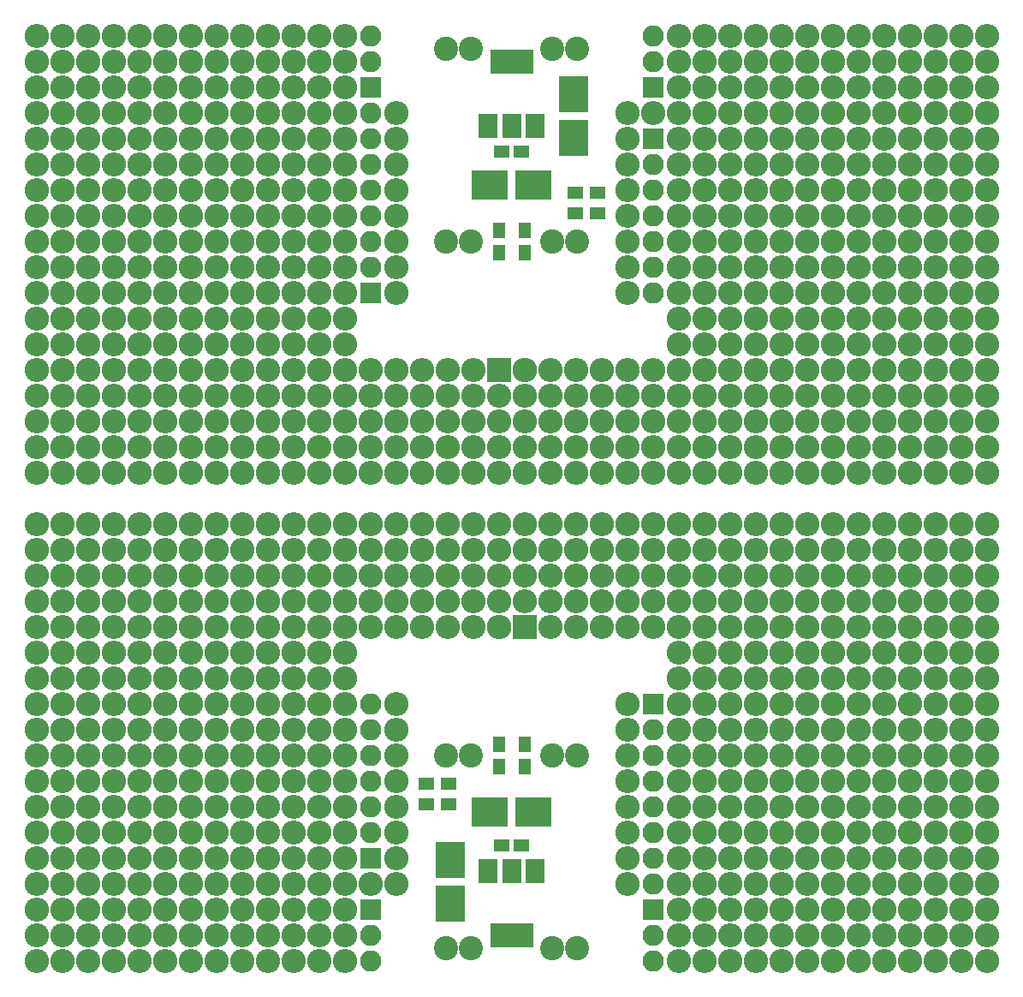
<source format=gbr>
G04 #@! TF.FileFunction,Soldermask,Top*
%FSLAX46Y46*%
G04 Gerber Fmt 4.6, Leading zero omitted, Abs format (unit mm)*
G04 Created by KiCad (PCBNEW 4.0.4+e1-6308~48~ubuntu16.04.1-stable) date Sun Jan 29 14:42:06 2017*
%MOMM*%
%LPD*%
G01*
G04 APERTURE LIST*
%ADD10C,0.100000*%
%ADD11O,2.400000X2.400000*%
%ADD12R,4.200000X2.400000*%
%ADD13R,1.900000X2.400000*%
%ADD14R,2.100000X2.100000*%
%ADD15O,2.100000X2.100000*%
%ADD16C,2.400000*%
%ADD17R,2.900000X3.600000*%
%ADD18R,1.600000X1.300000*%
%ADD19R,2.432000X2.432000*%
%ADD20O,2.432000X2.432000*%
%ADD21R,3.600000X2.900000*%
%ADD22R,1.300000X1.600000*%
%ADD23R,1.600000X1.150000*%
G04 APERTURE END LIST*
D10*
D11*
X127540000Y-70120000D03*
X125000000Y-70120000D03*
X127540000Y-67580000D03*
X125000000Y-67580000D03*
X122460000Y-72660000D03*
X122460000Y-70120000D03*
X119920000Y-72660000D03*
X119920000Y-70120000D03*
X122460000Y-67580000D03*
X119920000Y-67580000D03*
X127540000Y-75200000D03*
X125000000Y-75200000D03*
X130080000Y-72660000D03*
X125000000Y-72660000D03*
X127540000Y-72660000D03*
X130080000Y-67580000D03*
X132620000Y-67580000D03*
X130080000Y-70120000D03*
X132620000Y-70120000D03*
X119920000Y-82820000D03*
X117380000Y-82820000D03*
X119920000Y-80280000D03*
X117380000Y-80280000D03*
X125000000Y-80280000D03*
X122460000Y-77740000D03*
X122460000Y-80280000D03*
X122460000Y-75200000D03*
X125000000Y-77740000D03*
X130080000Y-77740000D03*
X127540000Y-80280000D03*
X127540000Y-77740000D03*
X130080000Y-75200000D03*
X130080000Y-80280000D03*
X117380000Y-77740000D03*
X119920000Y-75200000D03*
X119920000Y-77740000D03*
X117380000Y-75200000D03*
X114840000Y-98060000D03*
X114840000Y-108220000D03*
X114840000Y-105680000D03*
X114840000Y-103140000D03*
X114840000Y-100600000D03*
X119920000Y-87900000D03*
X119920000Y-90440000D03*
X117380000Y-90440000D03*
X117380000Y-87900000D03*
X117380000Y-85360000D03*
X125000000Y-87900000D03*
X125000000Y-85360000D03*
X122460000Y-87900000D03*
X122460000Y-85360000D03*
X119920000Y-85360000D03*
X122460000Y-82820000D03*
X125000000Y-82820000D03*
X130080000Y-82820000D03*
X132620000Y-85360000D03*
X130080000Y-85360000D03*
X130080000Y-87900000D03*
X127540000Y-87900000D03*
X127540000Y-82820000D03*
X127540000Y-85360000D03*
D12*
X100870000Y-67605000D03*
D13*
X100870000Y-73905000D03*
X103170000Y-73905000D03*
X98570000Y-73905000D03*
D14*
X114840000Y-70120000D03*
D15*
X114840000Y-67580000D03*
X114840000Y-65040000D03*
D14*
X86900000Y-70120000D03*
D15*
X86900000Y-67580000D03*
X86900000Y-65040000D03*
D14*
X86900000Y-90440000D03*
D15*
X86900000Y-87900000D03*
X86900000Y-85360000D03*
X86900000Y-82820000D03*
X86900000Y-80280000D03*
X86900000Y-77740000D03*
X86900000Y-75200000D03*
X86900000Y-72660000D03*
D11*
X112300000Y-90440000D03*
X112300000Y-87900000D03*
X112300000Y-85360000D03*
X112300000Y-82820000D03*
X112300000Y-80280000D03*
X112300000Y-77740000D03*
X112300000Y-75200000D03*
X112300000Y-72660000D03*
X89440000Y-72660000D03*
X89440000Y-75200000D03*
X89440000Y-77740000D03*
X89440000Y-80280000D03*
X89440000Y-82820000D03*
X89440000Y-85360000D03*
X89440000Y-87900000D03*
X89440000Y-90440000D03*
D16*
X94370000Y-85335000D03*
X96870000Y-85335000D03*
X104870000Y-85335000D03*
X107370000Y-85335000D03*
X104870000Y-66335000D03*
X107370000Y-66335000D03*
X94370000Y-66335000D03*
X96870000Y-66335000D03*
D11*
X114840000Y-72660000D03*
D14*
X114840000Y-75200000D03*
D15*
X114840000Y-77740000D03*
X114840000Y-80280000D03*
X114840000Y-82820000D03*
X114840000Y-85360000D03*
X114840000Y-87900000D03*
X114840000Y-90440000D03*
D17*
X106966000Y-75064000D03*
X106966000Y-70764000D03*
D18*
X109336000Y-80534000D03*
X107136000Y-80534000D03*
X109336000Y-82566000D03*
X107136000Y-82566000D03*
D11*
X104680000Y-98060000D03*
X109760000Y-103140000D03*
X107220000Y-103140000D03*
X109760000Y-100600000D03*
X107220000Y-100600000D03*
X107220000Y-98060000D03*
D19*
X99600000Y-98060000D03*
D20*
X102140000Y-98060000D03*
D11*
X99600000Y-100600000D03*
X102140000Y-103140000D03*
X104680000Y-100600000D03*
X102140000Y-100600000D03*
X104680000Y-103140000D03*
X112300000Y-103140000D03*
X112300000Y-100600000D03*
X112300000Y-98060000D03*
X109760000Y-98060000D03*
X99600000Y-103140000D03*
X104680000Y-108220000D03*
X102140000Y-105680000D03*
X99600000Y-108220000D03*
X104680000Y-105680000D03*
X99600000Y-105680000D03*
X102140000Y-108220000D03*
D21*
X98720000Y-79772000D03*
X103020000Y-79772000D03*
D22*
X99600000Y-86460000D03*
X99600000Y-84260000D03*
X102140000Y-86460000D03*
X102140000Y-84260000D03*
D23*
X99920000Y-76470000D03*
X101820000Y-76470000D03*
D11*
X109760000Y-105680000D03*
X107220000Y-105680000D03*
X112300000Y-108220000D03*
X109760000Y-108220000D03*
X107220000Y-108220000D03*
X112300000Y-105680000D03*
X86900000Y-100600000D03*
X86900000Y-98060000D03*
X89440000Y-98060000D03*
X91980000Y-98060000D03*
X91980000Y-100600000D03*
X89440000Y-100600000D03*
X89440000Y-108220000D03*
X86900000Y-105680000D03*
X89440000Y-105680000D03*
X89440000Y-103140000D03*
X86900000Y-103140000D03*
X86900000Y-108220000D03*
X97060000Y-108220000D03*
X94520000Y-105680000D03*
X97060000Y-105680000D03*
X91980000Y-105680000D03*
X91980000Y-108220000D03*
X94520000Y-108220000D03*
X97060000Y-103140000D03*
X97060000Y-100600000D03*
X94520000Y-100600000D03*
X91980000Y-103140000D03*
X94520000Y-98060000D03*
X97060000Y-98060000D03*
X94520000Y-103140000D03*
X76740000Y-108220000D03*
X74200000Y-108220000D03*
X74200000Y-105680000D03*
X71660000Y-105680000D03*
X69120000Y-103140000D03*
X66580000Y-103140000D03*
X66580000Y-100600000D03*
X69120000Y-100600000D03*
X69120000Y-108220000D03*
X66580000Y-108220000D03*
X69120000Y-105680000D03*
X66580000Y-105680000D03*
X71660000Y-108220000D03*
X74200000Y-100600000D03*
X71660000Y-100600000D03*
X71660000Y-103140000D03*
X74200000Y-103140000D03*
X76740000Y-105680000D03*
X76740000Y-103140000D03*
X76740000Y-100600000D03*
X74200000Y-98060000D03*
X71660000Y-98060000D03*
X76740000Y-98060000D03*
X84360000Y-108220000D03*
X84360000Y-105680000D03*
X81820000Y-105680000D03*
X79280000Y-105680000D03*
X79280000Y-108220000D03*
X81820000Y-108220000D03*
X84360000Y-103140000D03*
X84360000Y-100600000D03*
X81820000Y-98060000D03*
X79280000Y-98060000D03*
X84360000Y-98060000D03*
X76740000Y-95520000D03*
X74200000Y-95520000D03*
X76740000Y-92980000D03*
X74200000Y-92980000D03*
X84360000Y-95520000D03*
X79280000Y-92980000D03*
X81820000Y-92980000D03*
X81820000Y-95520000D03*
X79280000Y-95520000D03*
X84360000Y-92980000D03*
X81820000Y-100600000D03*
X79280000Y-100600000D03*
X79280000Y-103140000D03*
X81820000Y-103140000D03*
X58960000Y-108220000D03*
X56420000Y-105680000D03*
X56420000Y-108220000D03*
X53880000Y-105680000D03*
X58960000Y-105680000D03*
X56420000Y-103140000D03*
X53880000Y-103140000D03*
X53880000Y-108220000D03*
X56420000Y-95520000D03*
X53880000Y-92980000D03*
X56420000Y-92980000D03*
X53880000Y-95520000D03*
X58960000Y-103140000D03*
X58960000Y-100600000D03*
X53880000Y-100600000D03*
X56420000Y-98060000D03*
X53880000Y-98060000D03*
X56420000Y-100600000D03*
X64040000Y-108220000D03*
X61500000Y-108220000D03*
X64040000Y-105680000D03*
X64040000Y-103140000D03*
X64040000Y-100600000D03*
X61500000Y-100600000D03*
X61500000Y-103140000D03*
X61500000Y-105680000D03*
X61500000Y-98060000D03*
X58960000Y-98060000D03*
X58960000Y-95520000D03*
X58960000Y-92980000D03*
X61500000Y-95520000D03*
X64040000Y-90440000D03*
X61500000Y-90440000D03*
X64040000Y-87900000D03*
X58960000Y-87900000D03*
X58960000Y-90440000D03*
X61500000Y-87900000D03*
X69120000Y-98060000D03*
X71660000Y-95520000D03*
X69120000Y-95520000D03*
X66580000Y-95520000D03*
X71660000Y-92980000D03*
X69120000Y-92980000D03*
X66580000Y-92980000D03*
X66580000Y-98060000D03*
X64040000Y-98060000D03*
X64040000Y-95520000D03*
X61500000Y-92980000D03*
X64040000Y-92980000D03*
X66580000Y-87900000D03*
X69120000Y-87900000D03*
X69120000Y-90440000D03*
X66580000Y-90440000D03*
X76740000Y-90440000D03*
X74200000Y-90440000D03*
X71660000Y-90440000D03*
X74200000Y-87900000D03*
X71660000Y-87900000D03*
X76740000Y-87900000D03*
X84360000Y-90440000D03*
X79280000Y-90440000D03*
X84360000Y-87900000D03*
X81820000Y-90440000D03*
X81820000Y-87900000D03*
X79280000Y-87900000D03*
X84360000Y-80280000D03*
X84360000Y-75200000D03*
X81820000Y-80280000D03*
X84360000Y-77740000D03*
X79280000Y-75200000D03*
X81820000Y-77740000D03*
X79280000Y-77740000D03*
X81820000Y-75200000D03*
X79280000Y-85360000D03*
X84360000Y-85360000D03*
X84360000Y-82820000D03*
X81820000Y-82820000D03*
X81820000Y-85360000D03*
X79280000Y-82820000D03*
X76740000Y-82820000D03*
X79280000Y-80280000D03*
X76740000Y-80280000D03*
X74200000Y-82820000D03*
X74200000Y-80280000D03*
X76740000Y-77740000D03*
X74200000Y-77740000D03*
X71660000Y-80280000D03*
X74200000Y-75200000D03*
X71660000Y-77740000D03*
X71660000Y-75200000D03*
X76740000Y-75200000D03*
X76740000Y-85360000D03*
X74200000Y-85360000D03*
X71660000Y-85360000D03*
X71660000Y-82820000D03*
X56420000Y-77740000D03*
X56420000Y-72660000D03*
X53880000Y-77740000D03*
X56420000Y-75200000D03*
X53880000Y-75200000D03*
X53880000Y-72660000D03*
X56420000Y-70120000D03*
X53880000Y-70120000D03*
X56420000Y-67580000D03*
X56420000Y-65040000D03*
X53880000Y-67580000D03*
X58960000Y-65040000D03*
X53880000Y-65040000D03*
X58960000Y-67580000D03*
X53880000Y-90440000D03*
X56420000Y-87900000D03*
X53880000Y-87900000D03*
X56420000Y-90440000D03*
X61500000Y-72660000D03*
X58960000Y-72660000D03*
X64040000Y-72660000D03*
X61500000Y-70120000D03*
X64040000Y-70120000D03*
X58960000Y-70120000D03*
X56420000Y-85360000D03*
X53880000Y-85360000D03*
X53880000Y-80280000D03*
X56420000Y-82820000D03*
X53880000Y-82820000D03*
X56420000Y-80280000D03*
X61500000Y-65040000D03*
X61500000Y-67580000D03*
X64040000Y-67580000D03*
X64040000Y-65040000D03*
X66580000Y-82820000D03*
X69120000Y-85360000D03*
X66580000Y-85360000D03*
X69120000Y-82820000D03*
X64040000Y-80280000D03*
X66580000Y-80280000D03*
X69120000Y-80280000D03*
X69120000Y-77740000D03*
X58960000Y-80280000D03*
X58960000Y-77740000D03*
X61500000Y-77740000D03*
X61500000Y-75200000D03*
X58960000Y-75200000D03*
X61500000Y-85360000D03*
X64040000Y-82820000D03*
X61500000Y-82820000D03*
X58960000Y-85360000D03*
X64040000Y-85360000D03*
X58960000Y-82820000D03*
X61500000Y-80280000D03*
X64040000Y-77740000D03*
X66580000Y-75200000D03*
X64040000Y-75200000D03*
X69120000Y-75200000D03*
X66580000Y-77740000D03*
X84360000Y-72660000D03*
X84360000Y-70120000D03*
X81820000Y-70120000D03*
X84360000Y-65040000D03*
X81820000Y-67580000D03*
X81820000Y-65040000D03*
X84360000Y-67580000D03*
X81820000Y-72660000D03*
X79280000Y-72660000D03*
X76740000Y-72660000D03*
X74200000Y-72660000D03*
X79280000Y-70120000D03*
X79280000Y-67580000D03*
X79280000Y-65040000D03*
X76740000Y-65040000D03*
X71660000Y-72660000D03*
X69120000Y-72660000D03*
X69120000Y-70120000D03*
X66580000Y-70120000D03*
X66580000Y-72660000D03*
X76740000Y-70120000D03*
X74200000Y-70120000D03*
X71660000Y-70120000D03*
X74200000Y-67580000D03*
X71660000Y-67580000D03*
X71660000Y-65040000D03*
X76740000Y-67580000D03*
X74200000Y-65040000D03*
X69120000Y-67580000D03*
X66580000Y-67580000D03*
X69120000Y-65040000D03*
X66580000Y-65040000D03*
X132620000Y-90440000D03*
X132620000Y-95520000D03*
X130080000Y-95520000D03*
X130080000Y-92980000D03*
X127540000Y-92980000D03*
X127540000Y-95520000D03*
X127540000Y-90440000D03*
X130080000Y-90440000D03*
X127540000Y-100600000D03*
X127540000Y-98060000D03*
X130080000Y-100600000D03*
X130080000Y-98060000D03*
X130080000Y-108220000D03*
X127540000Y-105680000D03*
X130080000Y-103140000D03*
X130080000Y-105680000D03*
X127540000Y-108220000D03*
X127540000Y-103140000D03*
X125000000Y-103140000D03*
X122460000Y-103140000D03*
X125000000Y-100600000D03*
X122460000Y-100600000D03*
X122460000Y-98060000D03*
X125000000Y-98060000D03*
X125000000Y-95520000D03*
X122460000Y-95520000D03*
X125000000Y-92980000D03*
X125000000Y-90440000D03*
X122460000Y-90440000D03*
X122460000Y-92980000D03*
X119920000Y-98060000D03*
X119920000Y-95520000D03*
X117380000Y-98060000D03*
X117380000Y-95520000D03*
X119920000Y-92980000D03*
X117380000Y-92980000D03*
X119920000Y-103140000D03*
X117380000Y-103140000D03*
X119920000Y-100600000D03*
X117380000Y-100600000D03*
X125000000Y-108220000D03*
X122460000Y-108220000D03*
X122460000Y-105680000D03*
X125000000Y-105680000D03*
X119920000Y-105680000D03*
X117380000Y-105680000D03*
X117380000Y-108220000D03*
X119920000Y-108220000D03*
X147860000Y-82820000D03*
X142780000Y-82820000D03*
X147860000Y-80280000D03*
X147860000Y-77740000D03*
X145320000Y-82820000D03*
X145320000Y-77740000D03*
X140240000Y-82820000D03*
X137700000Y-82820000D03*
X137700000Y-80280000D03*
X135160000Y-80280000D03*
X135160000Y-82820000D03*
X132620000Y-80280000D03*
X135160000Y-77740000D03*
X132620000Y-82820000D03*
X135160000Y-72660000D03*
X132620000Y-72660000D03*
X132620000Y-77740000D03*
X135160000Y-75200000D03*
X132620000Y-75200000D03*
X147860000Y-75200000D03*
X145320000Y-75200000D03*
X147860000Y-72660000D03*
X145320000Y-72660000D03*
X145320000Y-80280000D03*
X142780000Y-77740000D03*
X140240000Y-80280000D03*
X140240000Y-77740000D03*
X137700000Y-77740000D03*
X137700000Y-75200000D03*
X142780000Y-80280000D03*
X137700000Y-72660000D03*
X137700000Y-108220000D03*
X132620000Y-108220000D03*
X135160000Y-108220000D03*
X135160000Y-105680000D03*
X132620000Y-105680000D03*
X137700000Y-105680000D03*
X135160000Y-103140000D03*
X147860000Y-103140000D03*
X147860000Y-100600000D03*
X145320000Y-100600000D03*
X145320000Y-103140000D03*
X142780000Y-100600000D03*
X147860000Y-98060000D03*
X145320000Y-98060000D03*
X142780000Y-98060000D03*
X135160000Y-100600000D03*
X135160000Y-98060000D03*
X132620000Y-100600000D03*
X132620000Y-98060000D03*
X132620000Y-103140000D03*
X142780000Y-103140000D03*
X140240000Y-103140000D03*
X140240000Y-100600000D03*
X137700000Y-100600000D03*
X137700000Y-98060000D03*
X140240000Y-98060000D03*
X137700000Y-103140000D03*
X147860000Y-108220000D03*
X147860000Y-105680000D03*
X140240000Y-105680000D03*
X145320000Y-108220000D03*
X142780000Y-108220000D03*
X140240000Y-108220000D03*
X145320000Y-105680000D03*
X142780000Y-105680000D03*
X137700000Y-95520000D03*
X135160000Y-95520000D03*
X132620000Y-92980000D03*
X137700000Y-92980000D03*
X135160000Y-92980000D03*
X135160000Y-90440000D03*
X142780000Y-87900000D03*
X145320000Y-87900000D03*
X142780000Y-90440000D03*
X145320000Y-90440000D03*
X145320000Y-95520000D03*
X147860000Y-92980000D03*
X145320000Y-92980000D03*
X147860000Y-95520000D03*
X147860000Y-90440000D03*
X147860000Y-87900000D03*
X142780000Y-85360000D03*
X147860000Y-85360000D03*
X145320000Y-85360000D03*
X140240000Y-90440000D03*
X137700000Y-90440000D03*
X140240000Y-87900000D03*
X140240000Y-85360000D03*
X132620000Y-87900000D03*
X137700000Y-87900000D03*
X137700000Y-85360000D03*
X135160000Y-85360000D03*
X135160000Y-87900000D03*
X142780000Y-95520000D03*
X140240000Y-95520000D03*
X140240000Y-92980000D03*
X142780000Y-92980000D03*
X117380000Y-70120000D03*
X117380000Y-72660000D03*
X125000000Y-65040000D03*
X122460000Y-65040000D03*
X117380000Y-65040000D03*
X117380000Y-67580000D03*
X119920000Y-65040000D03*
X132620000Y-65040000D03*
X130080000Y-65040000D03*
X127540000Y-65040000D03*
X135160000Y-67580000D03*
X137700000Y-65040000D03*
X137700000Y-67580000D03*
X135160000Y-70120000D03*
X137700000Y-70120000D03*
X135160000Y-65040000D03*
X145320000Y-65040000D03*
X142780000Y-65040000D03*
X140240000Y-65040000D03*
X140240000Y-67580000D03*
X142780000Y-75200000D03*
X140240000Y-75200000D03*
X142780000Y-72660000D03*
X140240000Y-72660000D03*
X140240000Y-70120000D03*
X147860000Y-65040000D03*
X147860000Y-70120000D03*
X147860000Y-67580000D03*
X142780000Y-70120000D03*
X145320000Y-67580000D03*
X142780000Y-67580000D03*
X145320000Y-70120000D03*
D16*
X107370000Y-136185000D03*
X104870000Y-136185000D03*
X96870000Y-136185000D03*
X94370000Y-136185000D03*
X96870000Y-155185000D03*
X94370000Y-155185000D03*
X107370000Y-155185000D03*
X104870000Y-155185000D03*
D11*
X86900000Y-148860000D03*
X104680000Y-123460000D03*
X107220000Y-123460000D03*
X109760000Y-123460000D03*
X112300000Y-123460000D03*
X114840000Y-123460000D03*
X86900000Y-123460000D03*
X89440000Y-123460000D03*
X91980000Y-123460000D03*
X94520000Y-123460000D03*
X97060000Y-123460000D03*
X114840000Y-120920000D03*
X112300000Y-120920000D03*
X109760000Y-120920000D03*
X107220000Y-120920000D03*
X104680000Y-120920000D03*
X102140000Y-120920000D03*
X99600000Y-120920000D03*
X97060000Y-120920000D03*
X94520000Y-120920000D03*
X91980000Y-120920000D03*
X89440000Y-120920000D03*
X86900000Y-120920000D03*
X114840000Y-118380000D03*
X112300000Y-118380000D03*
X109760000Y-118380000D03*
X107220000Y-118380000D03*
X104680000Y-118380000D03*
X102140000Y-118380000D03*
X99600000Y-118380000D03*
X97060000Y-118380000D03*
X94520000Y-118380000D03*
X91980000Y-118380000D03*
X89440000Y-118380000D03*
X86900000Y-118380000D03*
X114840000Y-115840000D03*
X112300000Y-115840000D03*
X109760000Y-115840000D03*
X107220000Y-115840000D03*
X104680000Y-115840000D03*
X102140000Y-115840000D03*
X99600000Y-115840000D03*
X97060000Y-115840000D03*
X94520000Y-115840000D03*
X91980000Y-115840000D03*
X89440000Y-115840000D03*
X86900000Y-115840000D03*
X114840000Y-113300000D03*
X112300000Y-113300000D03*
X109760000Y-113300000D03*
X107220000Y-113300000D03*
X104680000Y-113300000D03*
X102140000Y-113300000D03*
X99600000Y-113300000D03*
X97060000Y-113300000D03*
X94520000Y-113300000D03*
X91980000Y-113300000D03*
X89440000Y-113300000D03*
X86900000Y-113300000D03*
X147860000Y-156480000D03*
X145320000Y-156480000D03*
X142780000Y-156480000D03*
X140240000Y-156480000D03*
X137700000Y-156480000D03*
X135160000Y-156480000D03*
X132620000Y-156480000D03*
X130080000Y-156480000D03*
X127540000Y-156480000D03*
X125000000Y-156480000D03*
X122460000Y-156480000D03*
X119920000Y-156480000D03*
X117380000Y-156480000D03*
X147860000Y-153940000D03*
X145320000Y-153940000D03*
X142780000Y-153940000D03*
X140240000Y-153940000D03*
X137700000Y-153940000D03*
X135160000Y-153940000D03*
X132620000Y-153940000D03*
X130080000Y-153940000D03*
X127540000Y-153940000D03*
X125000000Y-153940000D03*
X122460000Y-153940000D03*
X119920000Y-153940000D03*
X117380000Y-153940000D03*
X147860000Y-151400000D03*
X145320000Y-151400000D03*
X142780000Y-151400000D03*
X140240000Y-151400000D03*
X137700000Y-151400000D03*
X135160000Y-151400000D03*
X132620000Y-151400000D03*
X130080000Y-151400000D03*
X127540000Y-151400000D03*
X125000000Y-151400000D03*
X122460000Y-151400000D03*
X119920000Y-151400000D03*
X117380000Y-151400000D03*
X147860000Y-148860000D03*
X145320000Y-148860000D03*
X142780000Y-148860000D03*
X140240000Y-148860000D03*
X137700000Y-148860000D03*
X135160000Y-148860000D03*
X132620000Y-148860000D03*
X130080000Y-148860000D03*
X127540000Y-148860000D03*
X125000000Y-148860000D03*
X122460000Y-148860000D03*
X119920000Y-148860000D03*
X117380000Y-148860000D03*
X147860000Y-146320000D03*
X145320000Y-146320000D03*
X142780000Y-146320000D03*
X140240000Y-146320000D03*
X137700000Y-146320000D03*
X135160000Y-146320000D03*
X132620000Y-146320000D03*
X130080000Y-146320000D03*
X127540000Y-146320000D03*
X125000000Y-146320000D03*
X122460000Y-146320000D03*
X119920000Y-146320000D03*
X117380000Y-146320000D03*
X147860000Y-143780000D03*
X145320000Y-143780000D03*
X142780000Y-143780000D03*
X140240000Y-143780000D03*
X137700000Y-143780000D03*
X135160000Y-143780000D03*
X132620000Y-143780000D03*
X130080000Y-143780000D03*
X127540000Y-143780000D03*
X125000000Y-143780000D03*
X122460000Y-143780000D03*
X119920000Y-143780000D03*
X117380000Y-143780000D03*
X147860000Y-141240000D03*
X145320000Y-141240000D03*
X142780000Y-141240000D03*
X140240000Y-141240000D03*
X137700000Y-141240000D03*
X135160000Y-141240000D03*
X132620000Y-141240000D03*
X130080000Y-141240000D03*
X127540000Y-141240000D03*
X125000000Y-141240000D03*
X122460000Y-141240000D03*
X119920000Y-141240000D03*
X117380000Y-141240000D03*
X147860000Y-138700000D03*
X145320000Y-138700000D03*
X142780000Y-138700000D03*
X140240000Y-138700000D03*
X137700000Y-138700000D03*
X135160000Y-138700000D03*
X132620000Y-138700000D03*
X130080000Y-138700000D03*
X127540000Y-138700000D03*
X125000000Y-138700000D03*
X122460000Y-138700000D03*
X119920000Y-138700000D03*
X117380000Y-138700000D03*
X147860000Y-136160000D03*
X145320000Y-136160000D03*
X142780000Y-136160000D03*
X140240000Y-136160000D03*
X137700000Y-136160000D03*
X135160000Y-136160000D03*
X132620000Y-136160000D03*
X130080000Y-136160000D03*
X127540000Y-136160000D03*
X125000000Y-136160000D03*
X122460000Y-136160000D03*
X119920000Y-136160000D03*
X117380000Y-136160000D03*
X147860000Y-133620000D03*
X145320000Y-133620000D03*
X142780000Y-133620000D03*
X140240000Y-133620000D03*
X137700000Y-133620000D03*
X135160000Y-133620000D03*
X132620000Y-133620000D03*
X130080000Y-133620000D03*
X127540000Y-133620000D03*
X125000000Y-133620000D03*
X122460000Y-133620000D03*
X119920000Y-133620000D03*
X117380000Y-133620000D03*
X147860000Y-131080000D03*
X145320000Y-131080000D03*
X142780000Y-131080000D03*
X140240000Y-131080000D03*
X137700000Y-131080000D03*
X135160000Y-131080000D03*
X132620000Y-131080000D03*
X130080000Y-131080000D03*
X127540000Y-131080000D03*
X125000000Y-131080000D03*
X122460000Y-131080000D03*
X119920000Y-131080000D03*
X117380000Y-131080000D03*
X147860000Y-128540000D03*
X145320000Y-128540000D03*
X142780000Y-128540000D03*
X140240000Y-128540000D03*
X137700000Y-128540000D03*
X135160000Y-128540000D03*
X132620000Y-128540000D03*
X130080000Y-128540000D03*
X127540000Y-128540000D03*
X125000000Y-128540000D03*
X122460000Y-128540000D03*
X119920000Y-128540000D03*
X117380000Y-128540000D03*
X147860000Y-126000000D03*
X145320000Y-126000000D03*
X142780000Y-126000000D03*
X140240000Y-126000000D03*
X137700000Y-126000000D03*
X135160000Y-126000000D03*
X132620000Y-126000000D03*
X130080000Y-126000000D03*
X127540000Y-126000000D03*
X125000000Y-126000000D03*
X122460000Y-126000000D03*
X119920000Y-126000000D03*
X117380000Y-126000000D03*
X147860000Y-123460000D03*
X145320000Y-123460000D03*
X142780000Y-123460000D03*
X140240000Y-123460000D03*
X137700000Y-123460000D03*
X135160000Y-123460000D03*
X132620000Y-123460000D03*
X130080000Y-123460000D03*
X127540000Y-123460000D03*
X125000000Y-123460000D03*
X122460000Y-123460000D03*
X119920000Y-123460000D03*
X117380000Y-123460000D03*
X147860000Y-120920000D03*
X145320000Y-120920000D03*
X142780000Y-120920000D03*
X140240000Y-120920000D03*
X137700000Y-120920000D03*
X135160000Y-120920000D03*
X132620000Y-120920000D03*
X130080000Y-120920000D03*
X127540000Y-120920000D03*
X125000000Y-120920000D03*
X122460000Y-120920000D03*
X119920000Y-120920000D03*
X117380000Y-120920000D03*
X147860000Y-118380000D03*
X145320000Y-118380000D03*
X142780000Y-118380000D03*
X140240000Y-118380000D03*
X137700000Y-118380000D03*
X135160000Y-118380000D03*
X132620000Y-118380000D03*
X130080000Y-118380000D03*
X127540000Y-118380000D03*
X125000000Y-118380000D03*
X122460000Y-118380000D03*
X119920000Y-118380000D03*
X117380000Y-118380000D03*
X147860000Y-115840000D03*
X145320000Y-115840000D03*
X142780000Y-115840000D03*
X140240000Y-115840000D03*
X137700000Y-115840000D03*
X135160000Y-115840000D03*
X132620000Y-115840000D03*
X130080000Y-115840000D03*
X127540000Y-115840000D03*
X125000000Y-115840000D03*
X122460000Y-115840000D03*
X119920000Y-115840000D03*
X117380000Y-115840000D03*
X147860000Y-113300000D03*
X145320000Y-113300000D03*
X142780000Y-113300000D03*
X140240000Y-113300000D03*
X137700000Y-113300000D03*
X135160000Y-113300000D03*
X132620000Y-113300000D03*
X130080000Y-113300000D03*
X127540000Y-113300000D03*
X125000000Y-113300000D03*
X122460000Y-113300000D03*
X119920000Y-113300000D03*
X117380000Y-113300000D03*
X84360000Y-153940000D03*
X81820000Y-153940000D03*
X79280000Y-153940000D03*
X76740000Y-153940000D03*
X74200000Y-153940000D03*
X71660000Y-153940000D03*
X69120000Y-153940000D03*
X66580000Y-153940000D03*
X64040000Y-153940000D03*
X61500000Y-153940000D03*
X58960000Y-153940000D03*
X56420000Y-153940000D03*
X53880000Y-153940000D03*
X84360000Y-151400000D03*
X81820000Y-151400000D03*
X79280000Y-151400000D03*
X76740000Y-151400000D03*
X74200000Y-151400000D03*
X71660000Y-151400000D03*
X69120000Y-151400000D03*
X66580000Y-151400000D03*
X64040000Y-151400000D03*
X61500000Y-151400000D03*
X58960000Y-151400000D03*
X56420000Y-151400000D03*
X53880000Y-151400000D03*
X84360000Y-148860000D03*
X81820000Y-148860000D03*
X79280000Y-148860000D03*
X76740000Y-148860000D03*
X74200000Y-148860000D03*
X71660000Y-148860000D03*
X69120000Y-148860000D03*
X66580000Y-148860000D03*
X64040000Y-148860000D03*
X61500000Y-148860000D03*
X58960000Y-148860000D03*
X56420000Y-148860000D03*
X53880000Y-148860000D03*
X84360000Y-146320000D03*
X81820000Y-146320000D03*
X79280000Y-146320000D03*
X76740000Y-146320000D03*
X74200000Y-146320000D03*
X71660000Y-146320000D03*
X69120000Y-146320000D03*
X66580000Y-146320000D03*
X64040000Y-146320000D03*
X61500000Y-146320000D03*
X58960000Y-146320000D03*
X56420000Y-146320000D03*
X53880000Y-146320000D03*
X84360000Y-143780000D03*
X81820000Y-143780000D03*
X79280000Y-143780000D03*
X76740000Y-143780000D03*
X74200000Y-143780000D03*
X71660000Y-143780000D03*
X69120000Y-143780000D03*
X66580000Y-143780000D03*
X64040000Y-143780000D03*
X61500000Y-143780000D03*
X58960000Y-143780000D03*
X56420000Y-143780000D03*
X53880000Y-143780000D03*
X84360000Y-141240000D03*
X81820000Y-141240000D03*
X79280000Y-141240000D03*
X76740000Y-141240000D03*
X74200000Y-141240000D03*
X71660000Y-141240000D03*
X69120000Y-141240000D03*
X66580000Y-141240000D03*
X64040000Y-141240000D03*
X61500000Y-141240000D03*
X58960000Y-141240000D03*
X56420000Y-141240000D03*
X53880000Y-141240000D03*
X84360000Y-138700000D03*
X81820000Y-138700000D03*
X79280000Y-138700000D03*
X76740000Y-138700000D03*
X74200000Y-138700000D03*
X71660000Y-138700000D03*
X69120000Y-138700000D03*
X66580000Y-138700000D03*
X64040000Y-138700000D03*
X61500000Y-138700000D03*
X58960000Y-138700000D03*
X56420000Y-138700000D03*
X53880000Y-138700000D03*
X84360000Y-136160000D03*
X81820000Y-136160000D03*
X79280000Y-136160000D03*
X76740000Y-136160000D03*
X74200000Y-136160000D03*
X71660000Y-136160000D03*
X69120000Y-136160000D03*
X66580000Y-136160000D03*
X64040000Y-136160000D03*
X61500000Y-136160000D03*
X58960000Y-136160000D03*
X56420000Y-136160000D03*
X53880000Y-136160000D03*
X84360000Y-133620000D03*
X81820000Y-133620000D03*
X79280000Y-133620000D03*
X76740000Y-133620000D03*
X74200000Y-133620000D03*
X71660000Y-133620000D03*
X69120000Y-133620000D03*
X66580000Y-133620000D03*
X64040000Y-133620000D03*
X61500000Y-133620000D03*
X58960000Y-133620000D03*
X56420000Y-133620000D03*
X53880000Y-133620000D03*
X84360000Y-131080000D03*
X81820000Y-131080000D03*
X79280000Y-131080000D03*
X76740000Y-131080000D03*
X74200000Y-131080000D03*
X71660000Y-131080000D03*
X69120000Y-131080000D03*
X66580000Y-131080000D03*
X64040000Y-131080000D03*
X61500000Y-131080000D03*
X58960000Y-131080000D03*
X56420000Y-131080000D03*
X53880000Y-131080000D03*
X84360000Y-128540000D03*
X81820000Y-128540000D03*
X79280000Y-128540000D03*
X76740000Y-128540000D03*
X74200000Y-128540000D03*
X71660000Y-128540000D03*
X69120000Y-128540000D03*
X66580000Y-128540000D03*
X64040000Y-128540000D03*
X61500000Y-128540000D03*
X58960000Y-128540000D03*
X56420000Y-128540000D03*
X53880000Y-128540000D03*
X84360000Y-126000000D03*
X81820000Y-126000000D03*
X79280000Y-126000000D03*
X76740000Y-126000000D03*
X74200000Y-126000000D03*
X71660000Y-126000000D03*
X69120000Y-126000000D03*
X66580000Y-126000000D03*
X64040000Y-126000000D03*
X61500000Y-126000000D03*
X58960000Y-126000000D03*
X56420000Y-126000000D03*
X53880000Y-126000000D03*
X84360000Y-123460000D03*
X81820000Y-123460000D03*
X79280000Y-123460000D03*
X76740000Y-123460000D03*
X74200000Y-123460000D03*
X71660000Y-123460000D03*
X69120000Y-123460000D03*
X66580000Y-123460000D03*
X64040000Y-123460000D03*
X61500000Y-123460000D03*
X58960000Y-123460000D03*
X56420000Y-123460000D03*
X53880000Y-123460000D03*
X84360000Y-120920000D03*
X81820000Y-120920000D03*
X79280000Y-120920000D03*
X76740000Y-120920000D03*
X74200000Y-120920000D03*
X71660000Y-120920000D03*
X69120000Y-120920000D03*
X66580000Y-120920000D03*
X64040000Y-120920000D03*
X61500000Y-120920000D03*
X58960000Y-120920000D03*
X56420000Y-120920000D03*
X53880000Y-120920000D03*
X84360000Y-118380000D03*
X81820000Y-118380000D03*
X79280000Y-118380000D03*
X76740000Y-118380000D03*
X74200000Y-118380000D03*
X71660000Y-118380000D03*
X69120000Y-118380000D03*
X66580000Y-118380000D03*
X64040000Y-118380000D03*
X61500000Y-118380000D03*
X58960000Y-118380000D03*
X56420000Y-118380000D03*
X53880000Y-118380000D03*
X84360000Y-115840000D03*
X81820000Y-115840000D03*
X79280000Y-115840000D03*
X76740000Y-115840000D03*
X74200000Y-115840000D03*
X71660000Y-115840000D03*
X69120000Y-115840000D03*
X66580000Y-115840000D03*
X64040000Y-115840000D03*
X61500000Y-115840000D03*
X58960000Y-115840000D03*
X56420000Y-115840000D03*
X53880000Y-115840000D03*
X84360000Y-113300000D03*
X81820000Y-113300000D03*
X79280000Y-113300000D03*
X76740000Y-113300000D03*
X74200000Y-113300000D03*
X71660000Y-113300000D03*
X69120000Y-113300000D03*
X66580000Y-113300000D03*
X64040000Y-113300000D03*
X61500000Y-113300000D03*
X58960000Y-113300000D03*
X56420000Y-113300000D03*
X53880000Y-113300000D03*
X84360000Y-156480000D03*
X81820000Y-156480000D03*
X79280000Y-156480000D03*
X76740000Y-156480000D03*
X74200000Y-156480000D03*
X71660000Y-156480000D03*
X69120000Y-156480000D03*
X66580000Y-156480000D03*
X64040000Y-156480000D03*
X61500000Y-156480000D03*
X58960000Y-156480000D03*
X56420000Y-156480000D03*
X89440000Y-131080000D03*
X89440000Y-133620000D03*
X89440000Y-136160000D03*
X89440000Y-138700000D03*
X89440000Y-141240000D03*
X89440000Y-143780000D03*
X89440000Y-146320000D03*
X89440000Y-148860000D03*
X112300000Y-148860000D03*
X112300000Y-146320000D03*
X112300000Y-143780000D03*
X112300000Y-141240000D03*
X112300000Y-138700000D03*
X112300000Y-136160000D03*
X112300000Y-133620000D03*
X112300000Y-131080000D03*
D23*
X101820000Y-145050000D03*
X99920000Y-145050000D03*
D19*
X102140000Y-123460000D03*
D20*
X99600000Y-123460000D03*
D18*
X92404000Y-140986000D03*
X94604000Y-140986000D03*
X92404000Y-138954000D03*
X94604000Y-138954000D03*
D22*
X102140000Y-135060000D03*
X102140000Y-137260000D03*
X99600000Y-135060000D03*
X99600000Y-137260000D03*
D21*
X103020000Y-141748000D03*
X98720000Y-141748000D03*
D17*
X94774000Y-146456000D03*
X94774000Y-150756000D03*
D14*
X86900000Y-146320000D03*
D15*
X86900000Y-143780000D03*
X86900000Y-141240000D03*
X86900000Y-138700000D03*
X86900000Y-136160000D03*
X86900000Y-133620000D03*
X86900000Y-131080000D03*
D11*
X53880000Y-156480000D03*
D14*
X114840000Y-131080000D03*
D15*
X114840000Y-133620000D03*
X114840000Y-136160000D03*
X114840000Y-138700000D03*
X114840000Y-141240000D03*
X114840000Y-143780000D03*
X114840000Y-146320000D03*
X114840000Y-148860000D03*
D14*
X114840000Y-151400000D03*
D15*
X114840000Y-153940000D03*
X114840000Y-156480000D03*
D14*
X86900000Y-151400000D03*
D15*
X86900000Y-153940000D03*
X86900000Y-156480000D03*
D12*
X100870000Y-153915000D03*
D13*
X100870000Y-147615000D03*
X98570000Y-147615000D03*
X103170000Y-147615000D03*
M02*

</source>
